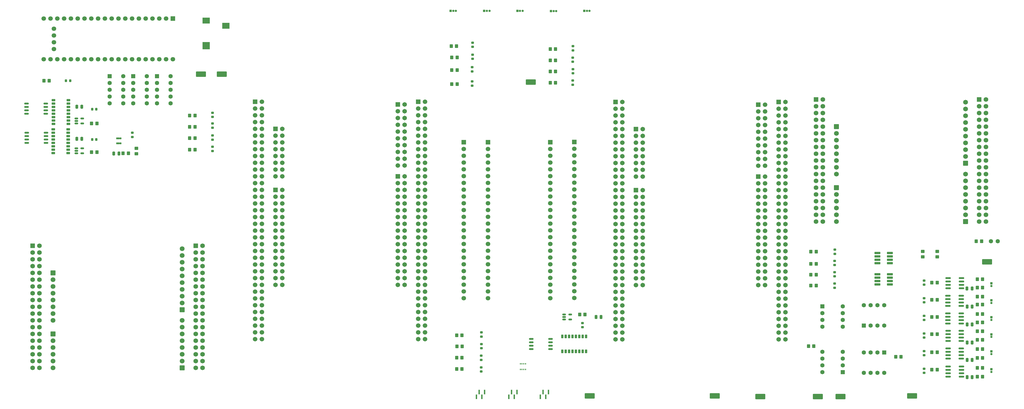
<source format=gbr>
%TF.GenerationSoftware,KiCad,Pcbnew,9.0.2+dfsg-1*%
%TF.CreationDate,2025-06-27T22:52:18-07:00*%
%TF.ProjectId,signalmesh,7369676e-616c-46d6-9573-682e6b696361,rev?*%
%TF.SameCoordinates,Original*%
%TF.FileFunction,Soldermask,Top*%
%TF.FilePolarity,Negative*%
%FSLAX46Y46*%
G04 Gerber Fmt 4.6, Leading zero omitted, Abs format (unit mm)*
G04 Created by KiCad (PCBNEW 9.0.2+dfsg-1) date 2025-06-27 22:52:18*
%MOMM*%
%LPD*%
G01*
G04 APERTURE LIST*
G04 Aperture macros list*
%AMRoundRect*
0 Rectangle with rounded corners*
0 $1 Rounding radius*
0 $2 $3 $4 $5 $6 $7 $8 $9 X,Y pos of 4 corners*
0 Add a 4 corners polygon primitive as box body*
4,1,4,$2,$3,$4,$5,$6,$7,$8,$9,$2,$3,0*
0 Add four circle primitives for the rounded corners*
1,1,$1+$1,$2,$3*
1,1,$1+$1,$4,$5*
1,1,$1+$1,$6,$7*
1,1,$1+$1,$8,$9*
0 Add four rect primitives between the rounded corners*
20,1,$1+$1,$2,$3,$4,$5,0*
20,1,$1+$1,$4,$5,$6,$7,0*
20,1,$1+$1,$6,$7,$8,$9,0*
20,1,$1+$1,$8,$9,$2,$3,0*%
G04 Aperture macros list end*
%ADD10RoundRect,0.250000X-1.650000X-0.750000X1.650000X-0.750000X1.650000X0.750000X-1.650000X0.750000X0*%
%ADD11RoundRect,0.218750X0.256250X-0.218750X0.256250X0.218750X-0.256250X0.218750X-0.256250X-0.218750X0*%
%ADD12RoundRect,0.250000X0.350000X0.450000X-0.350000X0.450000X-0.350000X-0.450000X0.350000X-0.450000X0*%
%ADD13RoundRect,0.102000X-0.754000X-0.754000X0.754000X-0.754000X0.754000X0.754000X-0.754000X0.754000X0*%
%ADD14C,1.712000*%
%ADD15RoundRect,0.102000X-0.802500X-0.802500X0.802500X-0.802500X0.802500X0.802500X-0.802500X0.802500X0*%
%ADD16C,1.809000*%
%ADD17RoundRect,0.102000X-0.765000X-0.765000X0.765000X-0.765000X0.765000X0.765000X-0.765000X0.765000X0*%
%ADD18C,1.734000*%
%ADD19R,1.700000X1.700000*%
%ADD20C,1.700000*%
%ADD21R,2.800000X2.200000*%
%ADD22R,2.800000X2.800000*%
%ADD23R,0.850000X0.850000*%
%ADD24C,0.850000*%
%ADD25R,1.600000X1.600000*%
%ADD26C,1.600000*%
%ADD27RoundRect,0.250000X-0.350000X-0.450000X0.350000X-0.450000X0.350000X0.450000X-0.350000X0.450000X0*%
%ADD28RoundRect,0.250000X0.250000X0.475000X-0.250000X0.475000X-0.250000X-0.475000X0.250000X-0.475000X0*%
%ADD29RoundRect,0.250000X0.450000X-0.350000X0.450000X0.350000X-0.450000X0.350000X-0.450000X-0.350000X0*%
%ADD30RoundRect,0.250000X0.550000X0.550000X-0.550000X0.550000X-0.550000X-0.550000X0.550000X-0.550000X0*%
%ADD31RoundRect,0.218750X-0.256250X0.218750X-0.256250X-0.218750X0.256250X-0.218750X0.256250X0.218750X0*%
%ADD32RoundRect,0.218750X-0.218750X-0.256250X0.218750X-0.256250X0.218750X0.256250X-0.218750X0.256250X0*%
%ADD33R,0.600000X1.750000*%
%ADD34R,0.350000X0.500000*%
%ADD35RoundRect,0.250000X-0.250000X-0.475000X0.250000X-0.475000X0.250000X0.475000X-0.250000X0.475000X0*%
%ADD36RoundRect,0.150000X-0.825000X-0.150000X0.825000X-0.150000X0.825000X0.150000X-0.825000X0.150000X0*%
%ADD37RoundRect,0.150000X-0.512500X-0.150000X0.512500X-0.150000X0.512500X0.150000X-0.512500X0.150000X0*%
%ADD38RoundRect,0.218750X0.218750X0.256250X-0.218750X0.256250X-0.218750X-0.256250X0.218750X-0.256250X0*%
%ADD39RoundRect,0.162500X-0.650000X-0.162500X0.650000X-0.162500X0.650000X0.162500X-0.650000X0.162500X0*%
%ADD40RoundRect,0.250000X-0.550000X-0.550000X0.550000X-0.550000X0.550000X0.550000X-0.550000X0.550000X0*%
%ADD41RoundRect,0.102000X-0.300000X-0.600000X0.300000X-0.600000X0.300000X0.600000X-0.300000X0.600000X0*%
%ADD42RoundRect,0.250000X-0.550000X0.550000X-0.550000X-0.550000X0.550000X-0.550000X0.550000X0.550000X0*%
%ADD43RoundRect,0.102000X-0.990600X-0.279400X0.990600X-0.279400X0.990600X0.279400X-0.990600X0.279400X0*%
%ADD44RoundRect,0.102000X-0.600000X0.300000X-0.600000X-0.300000X0.600000X-0.300000X0.600000X0.300000X0*%
%ADD45RoundRect,0.250000X0.550000X-0.550000X0.550000X0.550000X-0.550000X0.550000X-0.550000X-0.550000X0*%
%ADD46RoundRect,0.102000X-0.200000X-0.250000X0.200000X-0.250000X0.200000X0.250000X-0.200000X0.250000X0*%
G04 APERTURE END LIST*
D10*
%TO.C,AAM_DAC_R*%
X269250000Y-77500000D03*
%TD*%
%TO.C,AAM_DAC_L*%
X261500000Y-77500000D03*
%TD*%
D11*
%TO.C,D28*%
X265750000Y-91962500D03*
X265750000Y-93537500D03*
%TD*%
%TO.C,D31*%
X265750000Y-95962500D03*
X265750000Y-97537500D03*
%TD*%
%TO.C,D30*%
X265750000Y-100462500D03*
X265750000Y-102037500D03*
%TD*%
%TO.C,D29*%
X265750000Y-106287500D03*
X265750000Y-104712500D03*
%TD*%
D12*
%TO.C,R46*%
X257250000Y-105750000D03*
X259250000Y-105750000D03*
%TD*%
%TO.C,R49*%
X257250000Y-97250000D03*
X259250000Y-97250000D03*
%TD*%
%TO.C,R48*%
X257250000Y-101500000D03*
X259250000Y-101500000D03*
%TD*%
%TO.C,R45*%
X257250000Y-93000000D03*
X259250000Y-93000000D03*
%TD*%
D13*
%TO.C,U17*%
X469720000Y-88896000D03*
D14*
X472260000Y-88896000D03*
X469720000Y-91436000D03*
X472260000Y-91436000D03*
X469720000Y-93976000D03*
X472260000Y-93976000D03*
X469720000Y-96516000D03*
X472260000Y-96516000D03*
X469720000Y-99056000D03*
X472260000Y-99056000D03*
X469720000Y-101596000D03*
X472260000Y-101596000D03*
X469720000Y-104136000D03*
X472260000Y-104136000D03*
X469720000Y-106676000D03*
X472260000Y-106676000D03*
X469720000Y-109216000D03*
X472260000Y-109216000D03*
X469720000Y-111756000D03*
X472260000Y-111756000D03*
D13*
X424000000Y-98040000D03*
D14*
X426540000Y-98040000D03*
X424000000Y-100580000D03*
X426540000Y-100580000D03*
X424000000Y-103120000D03*
X426540000Y-103120000D03*
X424000000Y-105660000D03*
X426540000Y-105660000D03*
X424000000Y-108200000D03*
X426540000Y-108200000D03*
X424000000Y-110740000D03*
X426540000Y-110740000D03*
X424000000Y-113280000D03*
X426540000Y-113280000D03*
X424000000Y-115820000D03*
X426540000Y-115820000D03*
D13*
X424000000Y-120900000D03*
D14*
X426540000Y-120900000D03*
X424000000Y-123440000D03*
X426540000Y-123440000D03*
X424000000Y-125980000D03*
X426540000Y-125980000D03*
X424000000Y-128520000D03*
X426540000Y-128520000D03*
X424000000Y-131060000D03*
X426540000Y-131060000D03*
X424000000Y-133600000D03*
X426540000Y-133600000D03*
X424000000Y-136140000D03*
X426540000Y-136140000D03*
X424000000Y-138680000D03*
X426540000Y-138680000D03*
X424000000Y-141220000D03*
X426540000Y-141220000D03*
X424000000Y-143760000D03*
X426540000Y-143760000D03*
X424000000Y-146300000D03*
X426540000Y-146300000D03*
X424000000Y-148840000D03*
X426540000Y-148840000D03*
X424000000Y-151380000D03*
X426540000Y-151380000D03*
X424000000Y-153920000D03*
X426540000Y-153920000D03*
X424000000Y-156460000D03*
X426540000Y-156460000D03*
D13*
X469720000Y-115820000D03*
D14*
X472260000Y-115820000D03*
X469720000Y-118360000D03*
X472260000Y-118360000D03*
X469720000Y-120900000D03*
X472260000Y-120900000D03*
X469720000Y-123440000D03*
X472260000Y-123440000D03*
X469720000Y-125980000D03*
X472260000Y-125980000D03*
X469720000Y-128520000D03*
X472260000Y-128520000D03*
X469720000Y-131060000D03*
X472260000Y-131060000D03*
X469720000Y-133600000D03*
X472260000Y-133600000D03*
X469720000Y-136140000D03*
X472260000Y-136140000D03*
X469720000Y-138680000D03*
X472260000Y-138680000D03*
X469720000Y-141220000D03*
X472260000Y-141220000D03*
X469720000Y-143760000D03*
X472260000Y-143760000D03*
X469720000Y-146300000D03*
X472260000Y-146300000D03*
X469720000Y-148840000D03*
X472260000Y-148840000D03*
X469720000Y-151380000D03*
X472260000Y-151380000D03*
X469720000Y-153920000D03*
X472260000Y-153920000D03*
X469720000Y-156460000D03*
X472260000Y-156460000D03*
D13*
X416380000Y-87880000D03*
D14*
X418920000Y-87880000D03*
X416380000Y-90420000D03*
X418920000Y-90420000D03*
X416380000Y-92960000D03*
X418920000Y-92960000D03*
X416380000Y-95500000D03*
X418920000Y-95500000D03*
X416380000Y-98040000D03*
X418920000Y-98040000D03*
X416380000Y-100580000D03*
X418920000Y-100580000D03*
X416380000Y-103120000D03*
X418920000Y-103120000D03*
X416380000Y-105660000D03*
X418920000Y-105660000D03*
X416380000Y-108200000D03*
X418920000Y-108200000D03*
X416380000Y-110740000D03*
X418920000Y-110740000D03*
X416380000Y-113280000D03*
X418920000Y-113280000D03*
X416380000Y-115820000D03*
X418920000Y-115820000D03*
X416380000Y-118360000D03*
X418920000Y-118360000D03*
X416380000Y-120900000D03*
X418920000Y-120900000D03*
X416380000Y-123440000D03*
X418920000Y-123440000D03*
X416380000Y-125980000D03*
X418920000Y-125980000D03*
X416380000Y-128520000D03*
X418920000Y-128520000D03*
X416380000Y-131060000D03*
X418920000Y-131060000D03*
X416380000Y-133600000D03*
X418920000Y-133600000D03*
X416380000Y-136140000D03*
X418920000Y-136140000D03*
X416380000Y-138680000D03*
X418920000Y-138680000D03*
X416380000Y-141220000D03*
X418920000Y-141220000D03*
X416380000Y-143760000D03*
X418920000Y-143760000D03*
X416380000Y-146300000D03*
X418920000Y-146300000D03*
X416380000Y-148840000D03*
X418920000Y-148840000D03*
X416380000Y-151380000D03*
X418920000Y-151380000D03*
X416380000Y-153920000D03*
X418920000Y-153920000D03*
X416380000Y-156460000D03*
X418920000Y-156460000D03*
X416380000Y-159000000D03*
X418920000Y-159000000D03*
X416380000Y-161540000D03*
X418920000Y-161540000D03*
X416380000Y-164080000D03*
X418920000Y-164080000D03*
X416380000Y-166620000D03*
X418920000Y-166620000D03*
X416380000Y-169160000D03*
X418920000Y-169160000D03*
X416380000Y-171700000D03*
X418920000Y-171700000D03*
X416380000Y-174240000D03*
X418920000Y-174240000D03*
X416380000Y-176780000D03*
X418920000Y-176780000D03*
D13*
X477340000Y-87900000D03*
D14*
X479880000Y-87900000D03*
X477340000Y-90440000D03*
X479880000Y-90440000D03*
X477340000Y-92980000D03*
X479880000Y-92980000D03*
X477340000Y-95520000D03*
X479880000Y-95520000D03*
X477340000Y-98060000D03*
X479880000Y-98060000D03*
X477340000Y-100600000D03*
X479880000Y-100600000D03*
X477340000Y-103140000D03*
X479880000Y-103140000D03*
X477340000Y-105680000D03*
X479880000Y-105680000D03*
X477340000Y-108220000D03*
X479880000Y-108220000D03*
X477340000Y-110760000D03*
X479880000Y-110760000D03*
X477340000Y-113300000D03*
X479880000Y-113300000D03*
X477340000Y-115840000D03*
X479880000Y-115840000D03*
X477340000Y-118380000D03*
X479880000Y-118380000D03*
X477340000Y-120920000D03*
X479880000Y-120920000D03*
X477340000Y-123460000D03*
X479880000Y-123460000D03*
X477340000Y-126000000D03*
X479880000Y-126000000D03*
X477340000Y-128540000D03*
X479880000Y-128540000D03*
X477340000Y-131080000D03*
X479880000Y-131080000D03*
X477340000Y-133620000D03*
X479880000Y-133620000D03*
X477340000Y-136160000D03*
X479880000Y-136160000D03*
X477340000Y-138700000D03*
X479880000Y-138700000D03*
X477340000Y-141240000D03*
X479880000Y-141240000D03*
X477340000Y-143780000D03*
X479880000Y-143780000D03*
X477340000Y-146320000D03*
X479880000Y-146320000D03*
X477340000Y-148860000D03*
X479880000Y-148860000D03*
X477340000Y-151400000D03*
X479880000Y-151400000D03*
X477340000Y-153940000D03*
X479880000Y-153940000D03*
X477340000Y-156480000D03*
X479880000Y-156480000D03*
X477340000Y-159020000D03*
X479880000Y-159020000D03*
X477340000Y-161560000D03*
X479880000Y-161560000D03*
X477340000Y-164100000D03*
X479880000Y-164100000D03*
X477340000Y-166640000D03*
X479880000Y-166640000D03*
X477340000Y-169180000D03*
X479880000Y-169180000D03*
X477340000Y-171720000D03*
X479880000Y-171720000D03*
X477340000Y-174260000D03*
X479880000Y-174260000D03*
X477340000Y-176800000D03*
X479880000Y-176800000D03*
%TD*%
D15*
%TO.C,U9*%
X547240000Y-110880000D03*
D16*
X547240000Y-108340000D03*
X547240000Y-105800000D03*
X547240000Y-103260000D03*
X547240000Y-100720000D03*
X547240000Y-98180000D03*
X547240000Y-95640000D03*
X547240000Y-93100000D03*
X547240000Y-90560000D03*
X547240000Y-88020000D03*
D15*
X498980000Y-97160000D03*
D16*
X498980000Y-99700000D03*
X498980000Y-102240000D03*
X498980000Y-104780000D03*
X498980000Y-107320000D03*
X498980000Y-109860000D03*
X498980000Y-112400000D03*
X498980000Y-114940000D03*
D17*
X491360000Y-87000000D03*
D18*
X493900000Y-87000000D03*
X491360000Y-89540000D03*
X493900000Y-89540000D03*
X491360000Y-92080000D03*
X493900000Y-92080000D03*
X491360000Y-94620000D03*
X493900000Y-94620000D03*
X491360000Y-97160000D03*
X493900000Y-97160000D03*
X491360000Y-99700000D03*
X493900000Y-99700000D03*
X491360000Y-102240000D03*
X493900000Y-102240000D03*
X491360000Y-104780000D03*
X493900000Y-104780000D03*
X491360000Y-107320000D03*
X493900000Y-107320000D03*
X491360000Y-109860000D03*
X493900000Y-109860000D03*
X491360000Y-112400000D03*
X493900000Y-112400000D03*
X491360000Y-114940000D03*
X493900000Y-114940000D03*
X491360000Y-117480000D03*
X493900000Y-117480000D03*
X491360000Y-120020000D03*
X493900000Y-120020000D03*
X491360000Y-122560000D03*
X493900000Y-122560000D03*
X491360000Y-125100000D03*
X493900000Y-125100000D03*
X491360000Y-127640000D03*
X493900000Y-127640000D03*
X491360000Y-130180000D03*
X493900000Y-130180000D03*
X491360000Y-132720000D03*
X493900000Y-132720000D03*
D15*
X498980000Y-120020000D03*
D16*
X498980000Y-122560000D03*
X498980000Y-125100000D03*
X498980000Y-127640000D03*
X498980000Y-130180000D03*
X498980000Y-132720000D03*
D15*
X547240000Y-132720000D03*
D16*
X547240000Y-130180000D03*
X547240000Y-127640000D03*
X547240000Y-125100000D03*
X547240000Y-122560000D03*
X547240000Y-120020000D03*
X547240000Y-117480000D03*
X547240000Y-114940000D03*
D17*
X552320000Y-87000000D03*
D18*
X554860000Y-87000000D03*
X552320000Y-89540000D03*
X554860000Y-89540000D03*
X552320000Y-92080000D03*
X554860000Y-92080000D03*
X552320000Y-94620000D03*
X554860000Y-94620000D03*
X552320000Y-97160000D03*
X554860000Y-97160000D03*
X552320000Y-99700000D03*
X554860000Y-99700000D03*
X552320000Y-102240000D03*
X554860000Y-102240000D03*
X552320000Y-104780000D03*
X554860000Y-104780000D03*
X552320000Y-107320000D03*
X554860000Y-107320000D03*
X552320000Y-109860000D03*
X554860000Y-109860000D03*
X552320000Y-112400000D03*
X554860000Y-112400000D03*
X552320000Y-114940000D03*
X554860000Y-114940000D03*
X552320000Y-117480000D03*
X554860000Y-117480000D03*
X552320000Y-120020000D03*
X554860000Y-120020000D03*
X552320000Y-122560000D03*
X554860000Y-122560000D03*
X552320000Y-125100000D03*
X554860000Y-125100000D03*
X552320000Y-127640000D03*
X554860000Y-127640000D03*
X552320000Y-130180000D03*
X554860000Y-130180000D03*
X552320000Y-132720000D03*
X554860000Y-132720000D03*
%TD*%
D19*
%TO.C,U4*%
X251000000Y-56660000D03*
D20*
X248460000Y-56660000D03*
X245920000Y-56660000D03*
X243380000Y-56660000D03*
X240840000Y-56660000D03*
X238300000Y-56660000D03*
X235760000Y-56660000D03*
X233220000Y-56660000D03*
X230680000Y-56660000D03*
X228140000Y-56660000D03*
X225600000Y-56660000D03*
X223060000Y-56660000D03*
X220520000Y-56660000D03*
X217980000Y-56660000D03*
X215440000Y-56660000D03*
X212900000Y-56660000D03*
X210360000Y-56660000D03*
X207820000Y-56660000D03*
X205280000Y-56660000D03*
X202740000Y-56660000D03*
X202740000Y-71900000D03*
X205280000Y-71900000D03*
X207820000Y-71900000D03*
X210360000Y-71900000D03*
X212900000Y-71900000D03*
X215440000Y-71900000D03*
X217980000Y-71900000D03*
X220520000Y-71900000D03*
X223060000Y-71900000D03*
X225600000Y-71900000D03*
X228140000Y-71900000D03*
X230680000Y-71900000D03*
X233220000Y-71900000D03*
X235760000Y-71900000D03*
X238300000Y-71900000D03*
X240840000Y-71900000D03*
X243380000Y-71900000D03*
X245920000Y-71900000D03*
X248460000Y-71900000D03*
X251000000Y-71900000D03*
X206551000Y-68092000D03*
X206551000Y-65552000D03*
X206551000Y-63012000D03*
X206551000Y-60472000D03*
%TD*%
D15*
%TO.C,U3*%
X254460000Y-165690000D03*
D16*
X254460000Y-163150000D03*
X254460000Y-160610000D03*
X254460000Y-158070000D03*
X254460000Y-155530000D03*
X254460000Y-152990000D03*
X254460000Y-150450000D03*
X254460000Y-147910000D03*
X254460000Y-145370000D03*
X254460000Y-142830000D03*
D15*
X206200000Y-151970000D03*
D16*
X206200000Y-154510000D03*
X206200000Y-157050000D03*
X206200000Y-159590000D03*
X206200000Y-162130000D03*
X206200000Y-164670000D03*
X206200000Y-167210000D03*
X206200000Y-169750000D03*
D17*
X198580000Y-141810000D03*
D18*
X201120000Y-141810000D03*
X198580000Y-144350000D03*
X201120000Y-144350000D03*
X198580000Y-146890000D03*
X201120000Y-146890000D03*
X198580000Y-149430000D03*
X201120000Y-149430000D03*
X198580000Y-151970000D03*
X201120000Y-151970000D03*
X198580000Y-154510000D03*
X201120000Y-154510000D03*
X198580000Y-157050000D03*
X201120000Y-157050000D03*
X198580000Y-159590000D03*
X201120000Y-159590000D03*
X198580000Y-162130000D03*
X201120000Y-162130000D03*
X198580000Y-164670000D03*
X201120000Y-164670000D03*
X198580000Y-167210000D03*
X201120000Y-167210000D03*
X198580000Y-169750000D03*
X201120000Y-169750000D03*
X198580000Y-172290000D03*
X201120000Y-172290000D03*
X198580000Y-174830000D03*
X201120000Y-174830000D03*
X198580000Y-177370000D03*
X201120000Y-177370000D03*
X198580000Y-179910000D03*
X201120000Y-179910000D03*
X198580000Y-182450000D03*
X201120000Y-182450000D03*
X198580000Y-184990000D03*
X201120000Y-184990000D03*
X198580000Y-187530000D03*
X201120000Y-187530000D03*
D15*
X206200000Y-174830000D03*
D16*
X206200000Y-177370000D03*
X206200000Y-179910000D03*
X206200000Y-182450000D03*
X206200000Y-184990000D03*
X206200000Y-187530000D03*
D15*
X254460000Y-187530000D03*
D16*
X254460000Y-184990000D03*
X254460000Y-182450000D03*
X254460000Y-179910000D03*
X254460000Y-177370000D03*
X254460000Y-174830000D03*
X254460000Y-172290000D03*
X254460000Y-169750000D03*
D17*
X259540000Y-141810000D03*
D18*
X262080000Y-141810000D03*
X259540000Y-144350000D03*
X262080000Y-144350000D03*
X259540000Y-146890000D03*
X262080000Y-146890000D03*
X259540000Y-149430000D03*
X262080000Y-149430000D03*
X259540000Y-151970000D03*
X262080000Y-151970000D03*
X259540000Y-154510000D03*
X262080000Y-154510000D03*
X259540000Y-157050000D03*
X262080000Y-157050000D03*
X259540000Y-159590000D03*
X262080000Y-159590000D03*
X259540000Y-162130000D03*
X262080000Y-162130000D03*
X259540000Y-164670000D03*
X262080000Y-164670000D03*
X259540000Y-167210000D03*
X262080000Y-167210000D03*
X259540000Y-169750000D03*
X262080000Y-169750000D03*
X259540000Y-172290000D03*
X262080000Y-172290000D03*
X259540000Y-174830000D03*
X262080000Y-174830000D03*
X259540000Y-177370000D03*
X262080000Y-177370000D03*
X259540000Y-179910000D03*
X262080000Y-179910000D03*
X259540000Y-182450000D03*
X262080000Y-182450000D03*
X259540000Y-184990000D03*
X262080000Y-184990000D03*
X259540000Y-187530000D03*
X262080000Y-187530000D03*
%TD*%
D13*
%TO.C,U1*%
X335000000Y-88826000D03*
D14*
X337540000Y-88826000D03*
X335000000Y-91366000D03*
X337540000Y-91366000D03*
X335000000Y-93906000D03*
X337540000Y-93906000D03*
X335000000Y-96446000D03*
X337540000Y-96446000D03*
X335000000Y-98986000D03*
X337540000Y-98986000D03*
X335000000Y-101526000D03*
X337540000Y-101526000D03*
X335000000Y-104066000D03*
X337540000Y-104066000D03*
X335000000Y-106606000D03*
X337540000Y-106606000D03*
X335000000Y-109146000D03*
X337540000Y-109146000D03*
X335000000Y-111686000D03*
X337540000Y-111686000D03*
D13*
X289280000Y-97970000D03*
D14*
X291820000Y-97970000D03*
X289280000Y-100510000D03*
X291820000Y-100510000D03*
X289280000Y-103050000D03*
X291820000Y-103050000D03*
X289280000Y-105590000D03*
X291820000Y-105590000D03*
X289280000Y-108130000D03*
X291820000Y-108130000D03*
X289280000Y-110670000D03*
X291820000Y-110670000D03*
X289280000Y-113210000D03*
X291820000Y-113210000D03*
X289280000Y-115750000D03*
X291820000Y-115750000D03*
D13*
X289280000Y-120830000D03*
D14*
X291820000Y-120830000D03*
X289280000Y-123370000D03*
X291820000Y-123370000D03*
X289280000Y-125910000D03*
X291820000Y-125910000D03*
X289280000Y-128450000D03*
X291820000Y-128450000D03*
X289280000Y-130990000D03*
X291820000Y-130990000D03*
X289280000Y-133530000D03*
X291820000Y-133530000D03*
X289280000Y-136070000D03*
X291820000Y-136070000D03*
X289280000Y-138610000D03*
X291820000Y-138610000D03*
X289280000Y-141150000D03*
X291820000Y-141150000D03*
X289280000Y-143690000D03*
X291820000Y-143690000D03*
X289280000Y-146230000D03*
X291820000Y-146230000D03*
X289280000Y-148770000D03*
X291820000Y-148770000D03*
X289280000Y-151310000D03*
X291820000Y-151310000D03*
X289280000Y-153850000D03*
X291820000Y-153850000D03*
X289280000Y-156390000D03*
X291820000Y-156390000D03*
D13*
X335000000Y-115750000D03*
D14*
X337540000Y-115750000D03*
X335000000Y-118290000D03*
X337540000Y-118290000D03*
X335000000Y-120830000D03*
X337540000Y-120830000D03*
X335000000Y-123370000D03*
X337540000Y-123370000D03*
X335000000Y-125910000D03*
X337540000Y-125910000D03*
X335000000Y-128450000D03*
X337540000Y-128450000D03*
X335000000Y-130990000D03*
X337540000Y-130990000D03*
X335000000Y-133530000D03*
X337540000Y-133530000D03*
X335000000Y-136070000D03*
X337540000Y-136070000D03*
X335000000Y-138610000D03*
X337540000Y-138610000D03*
X335000000Y-141150000D03*
X337540000Y-141150000D03*
X335000000Y-143690000D03*
X337540000Y-143690000D03*
X335000000Y-146230000D03*
X337540000Y-146230000D03*
X335000000Y-148770000D03*
X337540000Y-148770000D03*
X335000000Y-151310000D03*
X337540000Y-151310000D03*
X335000000Y-153850000D03*
X337540000Y-153850000D03*
X335000000Y-156390000D03*
X337540000Y-156390000D03*
D13*
X281660000Y-87810000D03*
D14*
X284200000Y-87810000D03*
X281660000Y-90350000D03*
X284200000Y-90350000D03*
X281660000Y-92890000D03*
X284200000Y-92890000D03*
X281660000Y-95430000D03*
X284200000Y-95430000D03*
X281660000Y-97970000D03*
X284200000Y-97970000D03*
X281660000Y-100510000D03*
X284200000Y-100510000D03*
X281660000Y-103050000D03*
X284200000Y-103050000D03*
X281660000Y-105590000D03*
X284200000Y-105590000D03*
X281660000Y-108130000D03*
X284200000Y-108130000D03*
X281660000Y-110670000D03*
X284200000Y-110670000D03*
X281660000Y-113210000D03*
X284200000Y-113210000D03*
X281660000Y-115750000D03*
X284200000Y-115750000D03*
X281660000Y-118290000D03*
X284200000Y-118290000D03*
X281660000Y-120830000D03*
X284200000Y-120830000D03*
X281660000Y-123370000D03*
X284200000Y-123370000D03*
X281660000Y-125910000D03*
X284200000Y-125910000D03*
X281660000Y-128450000D03*
X284200000Y-128450000D03*
X281660000Y-130990000D03*
X284200000Y-130990000D03*
X281660000Y-133530000D03*
X284200000Y-133530000D03*
X281660000Y-136070000D03*
X284200000Y-136070000D03*
X281660000Y-138610000D03*
X284200000Y-138610000D03*
X281660000Y-141150000D03*
X284200000Y-141150000D03*
X281660000Y-143690000D03*
X284200000Y-143690000D03*
X281660000Y-146230000D03*
X284200000Y-146230000D03*
X281660000Y-148770000D03*
X284200000Y-148770000D03*
X281660000Y-151310000D03*
X284200000Y-151310000D03*
X281660000Y-153850000D03*
X284200000Y-153850000D03*
X281660000Y-156390000D03*
X284200000Y-156390000D03*
X281660000Y-158930000D03*
X284200000Y-158930000D03*
X281660000Y-161470000D03*
X284200000Y-161470000D03*
X281660000Y-164010000D03*
X284200000Y-164010000D03*
X281660000Y-166550000D03*
X284200000Y-166550000D03*
X281660000Y-169090000D03*
X284200000Y-169090000D03*
X281660000Y-171630000D03*
X284200000Y-171630000D03*
X281660000Y-174170000D03*
X284200000Y-174170000D03*
X281660000Y-176710000D03*
X284200000Y-176710000D03*
D13*
X342620000Y-87830000D03*
D14*
X345160000Y-87830000D03*
X342620000Y-90370000D03*
X345160000Y-90370000D03*
X342620000Y-92910000D03*
X345160000Y-92910000D03*
X342620000Y-95450000D03*
X345160000Y-95450000D03*
X342620000Y-97990000D03*
X345160000Y-97990000D03*
X342620000Y-100530000D03*
X345160000Y-100530000D03*
X342620000Y-103070000D03*
X345160000Y-103070000D03*
X342620000Y-105610000D03*
X345160000Y-105610000D03*
X342620000Y-108150000D03*
X345160000Y-108150000D03*
X342620000Y-110690000D03*
X345160000Y-110690000D03*
X342620000Y-113230000D03*
X345160000Y-113230000D03*
X342620000Y-115770000D03*
X345160000Y-115770000D03*
X342620000Y-118310000D03*
X345160000Y-118310000D03*
X342620000Y-120850000D03*
X345160000Y-120850000D03*
X342620000Y-123390000D03*
X345160000Y-123390000D03*
X342620000Y-125930000D03*
X345160000Y-125930000D03*
X342620000Y-128470000D03*
X345160000Y-128470000D03*
X342620000Y-131010000D03*
X345160000Y-131010000D03*
X342620000Y-133550000D03*
X345160000Y-133550000D03*
X342620000Y-136090000D03*
X345160000Y-136090000D03*
X342620000Y-138630000D03*
X345160000Y-138630000D03*
X342620000Y-141170000D03*
X345160000Y-141170000D03*
X342620000Y-143710000D03*
X345160000Y-143710000D03*
X342620000Y-146250000D03*
X345160000Y-146250000D03*
X342620000Y-148790000D03*
X345160000Y-148790000D03*
X342620000Y-151330000D03*
X345160000Y-151330000D03*
X342620000Y-153870000D03*
X345160000Y-153870000D03*
X342620000Y-156410000D03*
X345160000Y-156410000D03*
X342620000Y-158950000D03*
X345160000Y-158950000D03*
X342620000Y-161490000D03*
X345160000Y-161490000D03*
X342620000Y-164030000D03*
X345160000Y-164030000D03*
X342620000Y-166570000D03*
X345160000Y-166570000D03*
X342620000Y-169110000D03*
X345160000Y-169110000D03*
X342620000Y-171650000D03*
X345160000Y-171650000D03*
X342620000Y-174190000D03*
X345160000Y-174190000D03*
X342620000Y-176730000D03*
X345160000Y-176730000D03*
%TD*%
D21*
%TO.C,J19*%
X270800000Y-59400000D03*
X263400000Y-57400000D03*
D22*
X263400000Y-66800000D03*
%TD*%
D10*
%TO.C,DSM_VDD*%
X384750000Y-80500000D03*
%TD*%
%TO.C,VDD_UUM*%
X406750000Y-198000000D03*
%TD*%
%TO.C,GND*%
X453500000Y-198000000D03*
%TD*%
%TO.C,TDM_I2C1_SDA*%
X500500000Y-198250000D03*
%TD*%
%TO.C,TDM_I2C1_SCL*%
X492000000Y-198250000D03*
%TD*%
%TO.C,5V_UUM*%
X470500000Y-198250000D03*
%TD*%
%TO.C,5V_TDM_TEST*%
X555250000Y-147750000D03*
%TD*%
%TO.C,ACM_VDD*%
X527250000Y-198000000D03*
%TD*%
D11*
%TO.C,D12*%
X366310000Y-180134200D03*
X366310000Y-178559200D03*
%TD*%
D23*
%TO.C,J15*%
X556825000Y-188000000D03*
D24*
X556825000Y-189000000D03*
%TD*%
D25*
%TO.C,U18*%
X227350000Y-78250000D03*
D26*
X227350000Y-80790000D03*
X227350000Y-83330000D03*
X227350000Y-85870000D03*
X227350000Y-88410000D03*
X232430000Y-88410000D03*
X232430000Y-85870000D03*
X232430000Y-83330000D03*
X232430000Y-80790000D03*
X232430000Y-78250000D03*
%TD*%
D11*
%TO.C,D18*%
X363000000Y-71787500D03*
X363000000Y-70212500D03*
%TD*%
D27*
%TO.C,R3*%
X551580000Y-190800000D03*
X553580000Y-190800000D03*
%TD*%
%TO.C,R42*%
X232367500Y-107117500D03*
X234367500Y-107117500D03*
%TD*%
D28*
%TO.C,C8*%
X216962500Y-101717500D03*
X215062500Y-101717500D03*
%TD*%
D11*
%TO.C,D5*%
X531756000Y-156342500D03*
X531756000Y-154767500D03*
%TD*%
D29*
%TO.C,R12*%
X536660000Y-145900000D03*
X536660000Y-143900000D03*
%TD*%
D30*
%TO.C,U27*%
X501300000Y-189120000D03*
D26*
X501300000Y-186580000D03*
X501300000Y-184040000D03*
X501300000Y-181500000D03*
X493680000Y-181500000D03*
X493680000Y-184040000D03*
X493680000Y-186580000D03*
X493680000Y-189120000D03*
%TD*%
D28*
%TO.C,C3*%
X549682700Y-178004900D03*
X547782700Y-178004900D03*
%TD*%
D31*
%TO.C,D2*%
X498300000Y-147412500D03*
X498300000Y-148987500D03*
%TD*%
D11*
%TO.C,D24*%
X400400000Y-72887500D03*
X400400000Y-71312500D03*
%TD*%
D12*
%TO.C,R17*%
X491400000Y-148500000D03*
X489400000Y-148500000D03*
%TD*%
%TO.C,R6*%
X394000000Y-80700000D03*
X392000000Y-80700000D03*
%TD*%
%TO.C,R16*%
X491400000Y-144000000D03*
X489400000Y-144000000D03*
%TD*%
D32*
%TO.C,D25*%
X220780000Y-101972500D03*
X222355000Y-101972500D03*
%TD*%
D25*
%TO.C,U19*%
X236170000Y-78250000D03*
D26*
X236170000Y-80790000D03*
X236170000Y-83330000D03*
X236170000Y-85870000D03*
X236170000Y-88410000D03*
X241250000Y-88410000D03*
X241250000Y-85870000D03*
X241250000Y-83330000D03*
X241250000Y-80790000D03*
X241250000Y-78250000D03*
%TD*%
D11*
%TO.C,D23*%
X400500000Y-77187500D03*
X400500000Y-75612500D03*
%TD*%
D23*
%TO.C,J4*%
X404700000Y-53800000D03*
D24*
X405700000Y-53800000D03*
X406700000Y-53800000D03*
%TD*%
D11*
%TO.C,D22*%
X400400000Y-81487500D03*
X400400000Y-79912500D03*
%TD*%
D27*
%TO.C,R39*%
X355200000Y-81200000D03*
X357200000Y-81200000D03*
%TD*%
D33*
%TO.C,J3*%
X367450000Y-196550000D03*
X366450000Y-198300000D03*
X365450000Y-196550000D03*
X364450000Y-198300000D03*
%TD*%
D27*
%TO.C,R36*%
X357010000Y-183680000D03*
X359010000Y-183680000D03*
%TD*%
%TO.C,R44*%
X488500000Y-179400000D03*
X490500000Y-179400000D03*
%TD*%
%TO.C,R20*%
X551580000Y-160855000D03*
X553580000Y-160855000D03*
%TD*%
%TO.C,R22*%
X551580000Y-167355000D03*
X553580000Y-167355000D03*
%TD*%
%TO.C,R2*%
X534600000Y-188200000D03*
X536600000Y-188200000D03*
%TD*%
D34*
%TO.C,U6*%
X380800000Y-186000000D03*
X381450000Y-186000000D03*
X382100000Y-186000000D03*
X382750000Y-186000000D03*
X382750000Y-188050000D03*
X382100000Y-188050000D03*
X381450000Y-188050000D03*
X380800000Y-188050000D03*
%TD*%
D11*
%TO.C,D21*%
X400500000Y-68587500D03*
X400500000Y-67012500D03*
%TD*%
D28*
%TO.C,C1*%
X549682700Y-190995000D03*
X547782700Y-190995000D03*
%TD*%
%TO.C,C5*%
X549682700Y-164504900D03*
X547782700Y-164504900D03*
%TD*%
D19*
%TO.C,J9*%
X401010000Y-102940000D03*
D20*
X401010000Y-105480000D03*
X401010000Y-108020000D03*
X401010000Y-110560000D03*
X401010000Y-113100000D03*
X401010000Y-115640000D03*
X401010000Y-118180000D03*
X401010000Y-120720000D03*
X401010000Y-123260000D03*
X401010000Y-125800000D03*
X401010000Y-128340000D03*
X401010000Y-130880000D03*
X401010000Y-133420000D03*
X401010000Y-135960000D03*
X401010000Y-138500000D03*
X401010000Y-141040000D03*
X401010000Y-143580000D03*
X401010000Y-146120000D03*
X401010000Y-148660000D03*
X401010000Y-151200000D03*
X401010000Y-153740000D03*
X401010000Y-156280000D03*
X401010000Y-158820000D03*
X401010000Y-161360000D03*
%TD*%
D12*
%TO.C,R10*%
X222562500Y-95972500D03*
X220562500Y-95972500D03*
%TD*%
D35*
%TO.C,C6*%
X409115000Y-168480000D03*
X411015000Y-168480000D03*
%TD*%
D28*
%TO.C,C2*%
X549682700Y-184507800D03*
X547782700Y-184507800D03*
%TD*%
D11*
%TO.C,D27*%
X235767500Y-101005000D03*
X235767500Y-99430000D03*
%TD*%
D36*
%TO.C,U10*%
X540647500Y-160478700D03*
X540647500Y-161748700D03*
X540647500Y-163018700D03*
X540647500Y-164288700D03*
X545597500Y-164288700D03*
X545597500Y-163018700D03*
X545597500Y-161748700D03*
X545597500Y-160478700D03*
%TD*%
D11*
%TO.C,D9*%
X531756000Y-169560500D03*
X531756000Y-167985500D03*
%TD*%
D26*
%TO.C,TH1*%
X556660000Y-140100000D03*
X559200000Y-140100000D03*
%TD*%
D36*
%TO.C,U13*%
X540665000Y-180215000D03*
X540665000Y-181485000D03*
X540665000Y-182755000D03*
X540665000Y-184025000D03*
X545615000Y-184025000D03*
X545615000Y-182755000D03*
X545615000Y-181485000D03*
X545615000Y-180215000D03*
%TD*%
D25*
%TO.C,U2*%
X245000000Y-78250000D03*
D26*
X245000000Y-80790000D03*
X245000000Y-83330000D03*
X245000000Y-85870000D03*
X245000000Y-88410000D03*
X250080000Y-88410000D03*
X250080000Y-85870000D03*
X250080000Y-83330000D03*
X250080000Y-80790000D03*
X250080000Y-78250000D03*
%TD*%
D27*
%TO.C,R41*%
X355200000Y-71200000D03*
X357200000Y-71200000D03*
%TD*%
%TO.C,R38*%
X355000000Y-67000000D03*
X357000000Y-67000000D03*
%TD*%
D31*
%TO.C,D4*%
X498300000Y-155912500D03*
X498300000Y-157487500D03*
%TD*%
D37*
%TO.C,U22*%
X214862500Y-105272500D03*
X214862500Y-106222500D03*
X214862500Y-107172500D03*
X217137500Y-107172500D03*
X217137500Y-105272500D03*
%TD*%
D27*
%TO.C,R30*%
X534600000Y-181605000D03*
X536600000Y-181605000D03*
%TD*%
%TO.C,R14*%
X551580000Y-157469000D03*
X553580000Y-157469000D03*
%TD*%
D37*
%TO.C,U15*%
X397210000Y-167480000D03*
X397210000Y-168430000D03*
X397210000Y-169380000D03*
X399485000Y-169380000D03*
X399485000Y-167480000D03*
%TD*%
D19*
%TO.C,J1*%
X368700000Y-102980000D03*
D20*
X368700000Y-105520000D03*
X368700000Y-108060000D03*
X368700000Y-110600000D03*
X368700000Y-113140000D03*
X368700000Y-115680000D03*
X368700000Y-118220000D03*
X368700000Y-120760000D03*
X368700000Y-123300000D03*
X368700000Y-125840000D03*
X368700000Y-128380000D03*
X368700000Y-130920000D03*
X368700000Y-133460000D03*
X368700000Y-136000000D03*
X368700000Y-138540000D03*
X368700000Y-141080000D03*
X368700000Y-143620000D03*
X368700000Y-146160000D03*
X368700000Y-148700000D03*
X368700000Y-151240000D03*
X368700000Y-153780000D03*
X368700000Y-156320000D03*
X368700000Y-158860000D03*
X368700000Y-161400000D03*
%TD*%
D35*
%TO.C,C9*%
X215062500Y-89717500D03*
X216962500Y-89717500D03*
%TD*%
D36*
%TO.C,U11*%
X540630000Y-167057500D03*
X540630000Y-168327500D03*
X540630000Y-169597500D03*
X540630000Y-170867500D03*
X545580000Y-170867500D03*
X545580000Y-169597500D03*
X545580000Y-168327500D03*
X545580000Y-167057500D03*
%TD*%
D12*
%TO.C,R18*%
X491400000Y-152640000D03*
X489400000Y-152640000D03*
%TD*%
D27*
%TO.C,R40*%
X355200000Y-76000000D03*
X357200000Y-76000000D03*
%TD*%
D12*
%TO.C,R7*%
X394000000Y-76500000D03*
X392000000Y-76500000D03*
%TD*%
D11*
%TO.C,D16*%
X362800000Y-81787500D03*
X362800000Y-80212500D03*
%TD*%
D19*
%TO.C,J8*%
X359700000Y-102980000D03*
D20*
X359700000Y-105520000D03*
X359700000Y-108060000D03*
X359700000Y-110600000D03*
X359700000Y-113140000D03*
X359700000Y-115680000D03*
X359700000Y-118220000D03*
X359700000Y-120760000D03*
X359700000Y-123300000D03*
X359700000Y-125840000D03*
X359700000Y-128380000D03*
X359700000Y-130920000D03*
X359700000Y-133460000D03*
X359700000Y-136000000D03*
X359700000Y-138540000D03*
X359700000Y-141080000D03*
X359700000Y-143620000D03*
X359700000Y-146160000D03*
X359700000Y-148700000D03*
X359700000Y-151240000D03*
X359700000Y-153780000D03*
X359700000Y-156320000D03*
X359700000Y-158860000D03*
X359700000Y-161400000D03*
%TD*%
D11*
%TO.C,D6*%
X531756000Y-162951500D03*
X531756000Y-161376500D03*
%TD*%
D27*
%TO.C,R35*%
X357110000Y-179480000D03*
X359110000Y-179480000D03*
%TD*%
%TO.C,R21*%
X551580000Y-163805000D03*
X553580000Y-163805000D03*
%TD*%
D33*
%TO.C,J18*%
X391300000Y-196550000D03*
X390300000Y-198300000D03*
X389300000Y-196550000D03*
X388300000Y-198300000D03*
%TD*%
D12*
%TO.C,R15*%
X491400000Y-156640000D03*
X489400000Y-156640000D03*
%TD*%
D38*
%TO.C,D19*%
X212587500Y-80000000D03*
X211012500Y-80000000D03*
%TD*%
D39*
%TO.C,U14*%
X384922500Y-176675000D03*
X384922500Y-177945000D03*
X384922500Y-179215000D03*
X384922500Y-180485000D03*
X392097500Y-180485000D03*
X392097500Y-179215000D03*
X392097500Y-177945000D03*
X392097500Y-176675000D03*
%TD*%
D11*
%TO.C,D10*%
X404010000Y-172267500D03*
X404010000Y-170692500D03*
%TD*%
D12*
%TO.C,R8*%
X394000000Y-72300000D03*
X392000000Y-72300000D03*
%TD*%
D31*
%TO.C,D3*%
X498300000Y-151657600D03*
X498300000Y-153232600D03*
%TD*%
D27*
%TO.C,R32*%
X534600000Y-168430000D03*
X536600000Y-168430000D03*
%TD*%
D40*
%TO.C,U29*%
X493690000Y-164420000D03*
D26*
X493690000Y-166960000D03*
X493690000Y-169500000D03*
X493690000Y-172040000D03*
X501310000Y-172040000D03*
X501310000Y-169500000D03*
X501310000Y-166960000D03*
X501310000Y-164420000D03*
%TD*%
D27*
%TO.C,R37*%
X357010000Y-187880000D03*
X359010000Y-187880000D03*
%TD*%
D19*
%TO.C,J2*%
X392010000Y-102980000D03*
D20*
X392010000Y-105520000D03*
X392010000Y-108060000D03*
X392010000Y-110600000D03*
X392010000Y-113140000D03*
X392010000Y-115680000D03*
X392010000Y-118220000D03*
X392010000Y-120760000D03*
X392010000Y-123300000D03*
X392010000Y-125840000D03*
X392010000Y-128380000D03*
X392010000Y-130920000D03*
X392010000Y-133460000D03*
X392010000Y-136000000D03*
X392010000Y-138540000D03*
X392010000Y-141080000D03*
X392010000Y-143620000D03*
X392010000Y-146160000D03*
X392010000Y-148700000D03*
X392010000Y-151240000D03*
X392010000Y-153780000D03*
X392010000Y-156320000D03*
X392010000Y-158860000D03*
X392010000Y-161400000D03*
%TD*%
D27*
%TO.C,R31*%
X534600000Y-174867500D03*
X536600000Y-174867500D03*
%TD*%
D23*
%TO.C,J14*%
X367300000Y-53800000D03*
D24*
X368300000Y-53800000D03*
X369300000Y-53800000D03*
%TD*%
D28*
%TO.C,C7*%
X549650000Y-157800000D03*
X547750000Y-157800000D03*
%TD*%
D12*
%TO.C,R5*%
X394000000Y-68100000D03*
X392000000Y-68100000D03*
%TD*%
D11*
%TO.C,D7*%
X531756000Y-182778500D03*
X531756000Y-181203500D03*
%TD*%
%TO.C,D14*%
X366210000Y-188867500D03*
X366210000Y-187292500D03*
%TD*%
D23*
%TO.C,J11*%
X556825000Y-181305000D03*
D24*
X556825000Y-182305000D03*
%TD*%
D23*
%TO.C,J16*%
X392250000Y-53875000D03*
D24*
X393250000Y-53875000D03*
X394250000Y-53875000D03*
%TD*%
D23*
%TO.C,J6*%
X556825000Y-162180000D03*
D24*
X556825000Y-163180000D03*
%TD*%
D27*
%TO.C,R9*%
X220562500Y-106717500D03*
X222562500Y-106717500D03*
%TD*%
D11*
%TO.C,D13*%
X366210000Y-184500800D03*
X366210000Y-182925800D03*
%TD*%
%TO.C,D15*%
X363000000Y-67287500D03*
X363000000Y-65712500D03*
%TD*%
D12*
%TO.C,R1*%
X204750000Y-80000000D03*
X202750000Y-80000000D03*
%TD*%
D23*
%TO.C,J10*%
X556825000Y-174930000D03*
D24*
X556825000Y-175930000D03*
%TD*%
D27*
%TO.C,R29*%
X534600000Y-161992500D03*
X536600000Y-161992500D03*
%TD*%
%TO.C,R24*%
X551580000Y-170455000D03*
X553580000Y-170455000D03*
%TD*%
D23*
%TO.C,J12*%
X379700000Y-53800000D03*
D24*
X380700000Y-53800000D03*
X381700000Y-53800000D03*
%TD*%
D41*
%TO.C,U16*%
X396470000Y-181280000D03*
X397740000Y-181280000D03*
X399010000Y-181280000D03*
X400280000Y-181280000D03*
X401550000Y-181280000D03*
X402820000Y-181280000D03*
X404090000Y-181280000D03*
X405360000Y-181280000D03*
X405360000Y-175680000D03*
X404090000Y-175680000D03*
X402820000Y-175680000D03*
X401550000Y-175680000D03*
X400280000Y-175680000D03*
X399010000Y-175680000D03*
X397740000Y-175680000D03*
X396470000Y-175680000D03*
%TD*%
D23*
%TO.C,J13*%
X354750000Y-53800000D03*
D24*
X355750000Y-53800000D03*
X356750000Y-53800000D03*
%TD*%
D42*
%TO.C,U31*%
X516800000Y-181700000D03*
D26*
X514260000Y-181700000D03*
X511720000Y-181700000D03*
X509180000Y-181700000D03*
X509180000Y-189320000D03*
X511720000Y-189320000D03*
X514260000Y-189320000D03*
X516800000Y-189320000D03*
%TD*%
D36*
%TO.C,U12*%
X540682500Y-173636200D03*
X540682500Y-174906200D03*
X540682500Y-176176200D03*
X540682500Y-177446200D03*
X545632500Y-177446200D03*
X545632500Y-176176200D03*
X545632500Y-174906200D03*
X545632500Y-173636200D03*
%TD*%
D11*
%TO.C,D17*%
X362800000Y-76487500D03*
X362800000Y-74912500D03*
%TD*%
%TO.C,D8*%
X531756000Y-176169500D03*
X531756000Y-174594500D03*
%TD*%
D28*
%TO.C,C4*%
X549682700Y-171254900D03*
X547782700Y-171254900D03*
%TD*%
D11*
%TO.C,D11*%
X366310000Y-175767500D03*
X366310000Y-174192500D03*
%TD*%
D31*
%TO.C,D1*%
X498400000Y-143212500D03*
X498400000Y-144787500D03*
%TD*%
D43*
%TO.C,U5*%
X514237800Y-152400000D03*
X514237800Y-153670000D03*
X514237800Y-154940000D03*
X514237800Y-156210000D03*
X518962200Y-156210000D03*
X518962200Y-154940000D03*
X518962200Y-153670000D03*
X518962200Y-152400000D03*
%TD*%
D27*
%TO.C,R26*%
X551600000Y-180500000D03*
X553600000Y-180500000D03*
%TD*%
D29*
%TO.C,R43*%
X237367500Y-107317500D03*
X237367500Y-105317500D03*
%TD*%
D44*
%TO.C,U21*%
X206267500Y-98127500D03*
X206267500Y-99397500D03*
X206267500Y-100667500D03*
X206267500Y-101937500D03*
X206267500Y-103207500D03*
X206267500Y-104477500D03*
X206267500Y-105747500D03*
X206267500Y-107017500D03*
X211867500Y-107017500D03*
X211867500Y-105747500D03*
X211867500Y-104477500D03*
X211867500Y-103207500D03*
X211867500Y-101937500D03*
X211867500Y-100667500D03*
X211867500Y-99397500D03*
X211867500Y-98127500D03*
%TD*%
D27*
%TO.C,R23*%
X551580000Y-173805000D03*
X553580000Y-173805000D03*
%TD*%
%TO.C,R28*%
X551580000Y-183755000D03*
X553580000Y-183755000D03*
%TD*%
D43*
%TO.C,U8*%
X514237800Y-144495000D03*
X514237800Y-145765000D03*
X514237800Y-147035000D03*
X514237800Y-148305000D03*
X518962200Y-148305000D03*
X518962200Y-147035000D03*
X518962200Y-145765000D03*
X518962200Y-144495000D03*
%TD*%
D27*
%TO.C,R13*%
X551580000Y-154305000D03*
X553580000Y-154305000D03*
%TD*%
D36*
%TO.C,U20*%
X540700000Y-187000000D03*
X540700000Y-188270000D03*
X540700000Y-189540000D03*
X540700000Y-190810000D03*
X545650000Y-190810000D03*
X545650000Y-189540000D03*
X545650000Y-188270000D03*
X545650000Y-187000000D03*
%TD*%
D27*
%TO.C,R4*%
X551580000Y-187500000D03*
X553580000Y-187500000D03*
%TD*%
D23*
%TO.C,J5*%
X556825000Y-155805000D03*
D24*
X556825000Y-156805000D03*
%TD*%
D27*
%TO.C,R47*%
X521100000Y-183300000D03*
X523100000Y-183300000D03*
%TD*%
%TO.C,R27*%
X534600000Y-155555000D03*
X536600000Y-155555000D03*
%TD*%
D33*
%TO.C,J17*%
X379529000Y-196548400D03*
X378529000Y-198298400D03*
X377529000Y-196548400D03*
X376529000Y-198298400D03*
%TD*%
D12*
%TO.C,R33*%
X405010000Y-167480000D03*
X403010000Y-167480000D03*
%TD*%
D45*
%TO.C,U30*%
X509180000Y-171620000D03*
D26*
X511720000Y-171620000D03*
X514260000Y-171620000D03*
X516800000Y-171620000D03*
X516800000Y-164000000D03*
X514260000Y-164000000D03*
X511720000Y-164000000D03*
X509180000Y-164000000D03*
%TD*%
D35*
%TO.C,C10*%
X228872500Y-107217500D03*
X230772500Y-107217500D03*
%TD*%
D27*
%TO.C,R25*%
X551580000Y-176955000D03*
X553580000Y-176955000D03*
%TD*%
D23*
%TO.C,J7*%
X556825000Y-168555000D03*
D24*
X556825000Y-169555000D03*
%TD*%
D37*
%TO.C,U25*%
X214862500Y-94072500D03*
X214862500Y-95022500D03*
X214862500Y-95972500D03*
X217137500Y-95972500D03*
X217137500Y-94072500D03*
%TD*%
D29*
%TO.C,R11*%
X531200000Y-145900000D03*
X531200000Y-143900000D03*
%TD*%
D44*
%TO.C,U24*%
X206362500Y-87227500D03*
X206362500Y-88497500D03*
X206362500Y-89767500D03*
X206362500Y-91037500D03*
X206362500Y-92307500D03*
X206362500Y-93577500D03*
X206362500Y-94847500D03*
X206362500Y-96117500D03*
X211962500Y-96117500D03*
X211962500Y-94847500D03*
X211962500Y-93577500D03*
X211962500Y-92307500D03*
X211962500Y-91037500D03*
X211962500Y-89767500D03*
X211962500Y-88497500D03*
X211962500Y-87227500D03*
%TD*%
D27*
%TO.C,R19*%
X551200000Y-140100000D03*
X553200000Y-140100000D03*
%TD*%
%TO.C,R34*%
X357010000Y-175280000D03*
X359010000Y-175280000D03*
%TD*%
D39*
%TO.C,U26*%
X196287500Y-88517500D03*
X196287500Y-89787500D03*
X196287500Y-91057500D03*
X196287500Y-92327500D03*
X203462500Y-92327500D03*
X203462500Y-91057500D03*
X203462500Y-89787500D03*
X203462500Y-88517500D03*
%TD*%
D36*
%TO.C,U7*%
X540700000Y-153900000D03*
X540700000Y-155170000D03*
X540700000Y-156440000D03*
X540700000Y-157710000D03*
X545650000Y-157710000D03*
X545650000Y-156440000D03*
X545650000Y-155170000D03*
X545650000Y-153900000D03*
%TD*%
D39*
%TO.C,U23*%
X196392500Y-99417500D03*
X196392500Y-100687500D03*
X196392500Y-101957500D03*
X196392500Y-103227500D03*
X203567500Y-103227500D03*
X203567500Y-101957500D03*
X203567500Y-100687500D03*
X203567500Y-99417500D03*
%TD*%
D46*
%TO.C,U28*%
X230100000Y-103450000D03*
X230750000Y-103450000D03*
X231400000Y-103450000D03*
X231400000Y-101550000D03*
X230750000Y-101550000D03*
X230100000Y-101550000D03*
%TD*%
D32*
%TO.C,D26*%
X220780000Y-90617500D03*
X222355000Y-90617500D03*
%TD*%
D11*
%TO.C,D20*%
X531756000Y-189387500D03*
X531756000Y-187812500D03*
%TD*%
M02*

</source>
